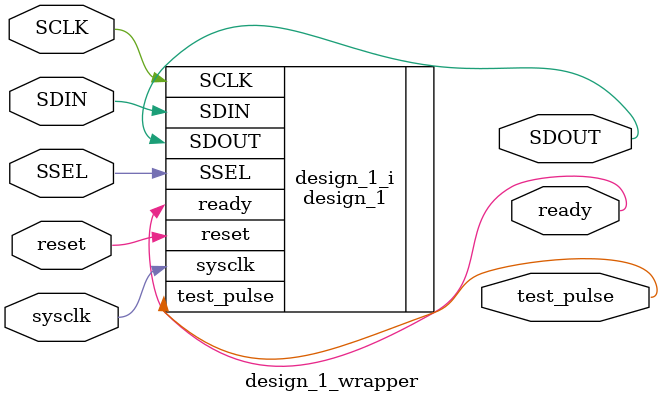
<source format=v>
`timescale 1 ps / 1 ps

module design_1_wrapper
   (SCLK,
    SDIN,
    SDOUT,
    SSEL,
    ready,
    reset,
    sysclk,
    test_pulse);
  input SCLK;
  input SDIN;
  output SDOUT;
  input SSEL;
  output ready;
  input reset;
  input sysclk;
  output test_pulse;

  wire SCLK;
  wire SDIN;
  wire SDOUT;
  wire SSEL;
  wire ready;
  wire reset;
  wire sysclk;
  wire test_pulse;

  design_1 design_1_i
       (.SCLK(SCLK),
        .SDIN(SDIN),
        .SDOUT(SDOUT),
        .SSEL(SSEL),
        .ready(ready),
        .reset(reset),
        .sysclk(sysclk),
        .test_pulse(test_pulse));
endmodule

</source>
